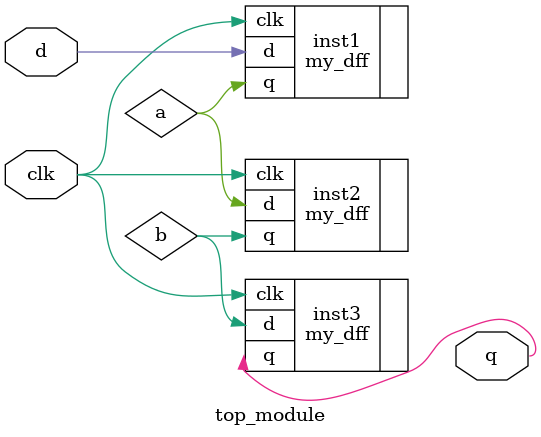
<source format=v>
module top_module ( input clk, input d, output q );
    wire a,b;
    my_dff inst1(.clk(clk),.d(d),.q(a));
    my_dff inst2(.clk(clk),.d(a),.q(b));
    my_dff inst3(.clk(clk),.d(b),.q(q));
    

endmodule

</source>
